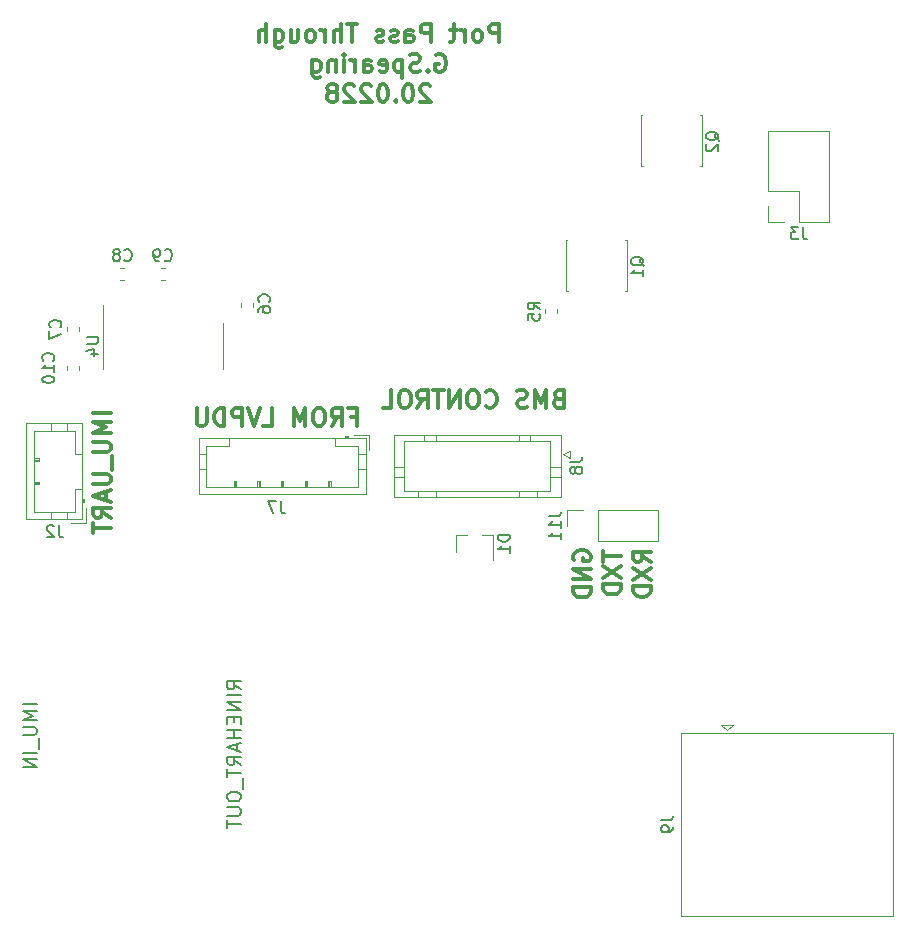
<source format=gbr>
G04 #@! TF.GenerationSoftware,KiCad,Pcbnew,5.1.5-52549c5~84~ubuntu18.04.1*
G04 #@! TF.CreationDate,2020-03-02T20:03:48-05:00*
G04 #@! TF.ProjectId,Port_Panel,506f7274-5f50-4616-9e65-6c2e6b696361,rev?*
G04 #@! TF.SameCoordinates,Original*
G04 #@! TF.FileFunction,Legend,Bot*
G04 #@! TF.FilePolarity,Positive*
%FSLAX46Y46*%
G04 Gerber Fmt 4.6, Leading zero omitted, Abs format (unit mm)*
G04 Created by KiCad (PCBNEW 5.1.5-52549c5~84~ubuntu18.04.1) date 2020-03-02 20:03:48*
%MOMM*%
%LPD*%
G04 APERTURE LIST*
%ADD10C,0.200000*%
%ADD11C,0.300000*%
%ADD12C,0.120000*%
%ADD13C,0.150000*%
G04 APERTURE END LIST*
D10*
X117890857Y-96142857D02*
X117319428Y-95742857D01*
X117890857Y-95457142D02*
X116690857Y-95457142D01*
X116690857Y-95914285D01*
X116748000Y-96028571D01*
X116805142Y-96085714D01*
X116919428Y-96142857D01*
X117090857Y-96142857D01*
X117205142Y-96085714D01*
X117262285Y-96028571D01*
X117319428Y-95914285D01*
X117319428Y-95457142D01*
X117890857Y-96657142D02*
X116690857Y-96657142D01*
X117890857Y-97228571D02*
X116690857Y-97228571D01*
X117890857Y-97914285D01*
X116690857Y-97914285D01*
X117262285Y-98485714D02*
X117262285Y-98885714D01*
X117890857Y-99057142D02*
X117890857Y-98485714D01*
X116690857Y-98485714D01*
X116690857Y-99057142D01*
X117890857Y-99571428D02*
X116690857Y-99571428D01*
X117262285Y-99571428D02*
X117262285Y-100257142D01*
X117890857Y-100257142D02*
X116690857Y-100257142D01*
X117548000Y-100771428D02*
X117548000Y-101342857D01*
X117890857Y-100657142D02*
X116690857Y-101057142D01*
X117890857Y-101457142D01*
X117890857Y-102542857D02*
X117319428Y-102142857D01*
X117890857Y-101857142D02*
X116690857Y-101857142D01*
X116690857Y-102314285D01*
X116748000Y-102428571D01*
X116805142Y-102485714D01*
X116919428Y-102542857D01*
X117090857Y-102542857D01*
X117205142Y-102485714D01*
X117262285Y-102428571D01*
X117319428Y-102314285D01*
X117319428Y-101857142D01*
X116690857Y-102885714D02*
X116690857Y-103571428D01*
X117890857Y-103228571D02*
X116690857Y-103228571D01*
X118005142Y-103685714D02*
X118005142Y-104600000D01*
X116690857Y-105114285D02*
X116690857Y-105342857D01*
X116748000Y-105457142D01*
X116862285Y-105571428D01*
X117090857Y-105628571D01*
X117490857Y-105628571D01*
X117719428Y-105571428D01*
X117833714Y-105457142D01*
X117890857Y-105342857D01*
X117890857Y-105114285D01*
X117833714Y-105000000D01*
X117719428Y-104885714D01*
X117490857Y-104828571D01*
X117090857Y-104828571D01*
X116862285Y-104885714D01*
X116748000Y-105000000D01*
X116690857Y-105114285D01*
X116690857Y-106142857D02*
X117662285Y-106142857D01*
X117776571Y-106200000D01*
X117833714Y-106257142D01*
X117890857Y-106371428D01*
X117890857Y-106600000D01*
X117833714Y-106714285D01*
X117776571Y-106771428D01*
X117662285Y-106828571D01*
X116690857Y-106828571D01*
X116690857Y-107228571D02*
X116690857Y-107914285D01*
X117890857Y-107571428D02*
X116690857Y-107571428D01*
X100618857Y-97390285D02*
X99418857Y-97390285D01*
X100618857Y-97961714D02*
X99418857Y-97961714D01*
X100276000Y-98361714D01*
X99418857Y-98761714D01*
X100618857Y-98761714D01*
X99418857Y-99333142D02*
X100390285Y-99333142D01*
X100504571Y-99390285D01*
X100561714Y-99447428D01*
X100618857Y-99561714D01*
X100618857Y-99790285D01*
X100561714Y-99904571D01*
X100504571Y-99961714D01*
X100390285Y-100018857D01*
X99418857Y-100018857D01*
X100733142Y-100304571D02*
X100733142Y-101218857D01*
X100618857Y-101504571D02*
X99418857Y-101504571D01*
X100618857Y-102076000D02*
X99418857Y-102076000D01*
X100618857Y-102761714D01*
X99418857Y-102761714D01*
D11*
X106850571Y-72759714D02*
X105350571Y-72759714D01*
X106850571Y-73474000D02*
X105350571Y-73474000D01*
X106422000Y-73974000D01*
X105350571Y-74474000D01*
X106850571Y-74474000D01*
X105350571Y-75188285D02*
X106564857Y-75188285D01*
X106707714Y-75259714D01*
X106779142Y-75331142D01*
X106850571Y-75474000D01*
X106850571Y-75759714D01*
X106779142Y-75902571D01*
X106707714Y-75974000D01*
X106564857Y-76045428D01*
X105350571Y-76045428D01*
X106993428Y-76402571D02*
X106993428Y-77545428D01*
X105350571Y-77902571D02*
X106564857Y-77902571D01*
X106707714Y-77974000D01*
X106779142Y-78045428D01*
X106850571Y-78188285D01*
X106850571Y-78474000D01*
X106779142Y-78616857D01*
X106707714Y-78688285D01*
X106564857Y-78759714D01*
X105350571Y-78759714D01*
X106422000Y-79402571D02*
X106422000Y-80116857D01*
X106850571Y-79259714D02*
X105350571Y-79759714D01*
X106850571Y-80259714D01*
X106850571Y-81616857D02*
X106136285Y-81116857D01*
X106850571Y-80759714D02*
X105350571Y-80759714D01*
X105350571Y-81331142D01*
X105422000Y-81474000D01*
X105493428Y-81545428D01*
X105636285Y-81616857D01*
X105850571Y-81616857D01*
X105993428Y-81545428D01*
X106064857Y-81474000D01*
X106136285Y-81331142D01*
X106136285Y-80759714D01*
X105350571Y-82045428D02*
X105350571Y-82902571D01*
X106850571Y-82474000D02*
X105350571Y-82474000D01*
X127189714Y-73044857D02*
X127689714Y-73044857D01*
X127689714Y-73830571D02*
X127689714Y-72330571D01*
X126975428Y-72330571D01*
X125546857Y-73830571D02*
X126046857Y-73116285D01*
X126404000Y-73830571D02*
X126404000Y-72330571D01*
X125832571Y-72330571D01*
X125689714Y-72402000D01*
X125618285Y-72473428D01*
X125546857Y-72616285D01*
X125546857Y-72830571D01*
X125618285Y-72973428D01*
X125689714Y-73044857D01*
X125832571Y-73116285D01*
X126404000Y-73116285D01*
X124618285Y-72330571D02*
X124332571Y-72330571D01*
X124189714Y-72402000D01*
X124046857Y-72544857D01*
X123975428Y-72830571D01*
X123975428Y-73330571D01*
X124046857Y-73616285D01*
X124189714Y-73759142D01*
X124332571Y-73830571D01*
X124618285Y-73830571D01*
X124761142Y-73759142D01*
X124904000Y-73616285D01*
X124975428Y-73330571D01*
X124975428Y-72830571D01*
X124904000Y-72544857D01*
X124761142Y-72402000D01*
X124618285Y-72330571D01*
X123332571Y-73830571D02*
X123332571Y-72330571D01*
X122832571Y-73402000D01*
X122332571Y-72330571D01*
X122332571Y-73830571D01*
X119761142Y-73830571D02*
X120475428Y-73830571D01*
X120475428Y-72330571D01*
X119475428Y-72330571D02*
X118975428Y-73830571D01*
X118475428Y-72330571D01*
X117975428Y-73830571D02*
X117975428Y-72330571D01*
X117404000Y-72330571D01*
X117261142Y-72402000D01*
X117189714Y-72473428D01*
X117118285Y-72616285D01*
X117118285Y-72830571D01*
X117189714Y-72973428D01*
X117261142Y-73044857D01*
X117404000Y-73116285D01*
X117975428Y-73116285D01*
X116475428Y-73830571D02*
X116475428Y-72330571D01*
X116118285Y-72330571D01*
X115904000Y-72402000D01*
X115761142Y-72544857D01*
X115689714Y-72687714D01*
X115618285Y-72973428D01*
X115618285Y-73187714D01*
X115689714Y-73473428D01*
X115761142Y-73616285D01*
X115904000Y-73759142D01*
X116118285Y-73830571D01*
X116475428Y-73830571D01*
X114975428Y-72330571D02*
X114975428Y-73544857D01*
X114904000Y-73687714D01*
X114832571Y-73759142D01*
X114689714Y-73830571D01*
X114404000Y-73830571D01*
X114261142Y-73759142D01*
X114189714Y-73687714D01*
X114118285Y-73544857D01*
X114118285Y-72330571D01*
X144739428Y-71520857D02*
X144525142Y-71592285D01*
X144453714Y-71663714D01*
X144382285Y-71806571D01*
X144382285Y-72020857D01*
X144453714Y-72163714D01*
X144525142Y-72235142D01*
X144668000Y-72306571D01*
X145239428Y-72306571D01*
X145239428Y-70806571D01*
X144739428Y-70806571D01*
X144596571Y-70878000D01*
X144525142Y-70949428D01*
X144453714Y-71092285D01*
X144453714Y-71235142D01*
X144525142Y-71378000D01*
X144596571Y-71449428D01*
X144739428Y-71520857D01*
X145239428Y-71520857D01*
X143739428Y-72306571D02*
X143739428Y-70806571D01*
X143239428Y-71878000D01*
X142739428Y-70806571D01*
X142739428Y-72306571D01*
X142096571Y-72235142D02*
X141882285Y-72306571D01*
X141525142Y-72306571D01*
X141382285Y-72235142D01*
X141310857Y-72163714D01*
X141239428Y-72020857D01*
X141239428Y-71878000D01*
X141310857Y-71735142D01*
X141382285Y-71663714D01*
X141525142Y-71592285D01*
X141810857Y-71520857D01*
X141953714Y-71449428D01*
X142025142Y-71378000D01*
X142096571Y-71235142D01*
X142096571Y-71092285D01*
X142025142Y-70949428D01*
X141953714Y-70878000D01*
X141810857Y-70806571D01*
X141453714Y-70806571D01*
X141239428Y-70878000D01*
X138596571Y-72163714D02*
X138668000Y-72235142D01*
X138882285Y-72306571D01*
X139025142Y-72306571D01*
X139239428Y-72235142D01*
X139382285Y-72092285D01*
X139453714Y-71949428D01*
X139525142Y-71663714D01*
X139525142Y-71449428D01*
X139453714Y-71163714D01*
X139382285Y-71020857D01*
X139239428Y-70878000D01*
X139025142Y-70806571D01*
X138882285Y-70806571D01*
X138668000Y-70878000D01*
X138596571Y-70949428D01*
X137668000Y-70806571D02*
X137382285Y-70806571D01*
X137239428Y-70878000D01*
X137096571Y-71020857D01*
X137025142Y-71306571D01*
X137025142Y-71806571D01*
X137096571Y-72092285D01*
X137239428Y-72235142D01*
X137382285Y-72306571D01*
X137668000Y-72306571D01*
X137810857Y-72235142D01*
X137953714Y-72092285D01*
X138025142Y-71806571D01*
X138025142Y-71306571D01*
X137953714Y-71020857D01*
X137810857Y-70878000D01*
X137668000Y-70806571D01*
X136382285Y-72306571D02*
X136382285Y-70806571D01*
X135525142Y-72306571D01*
X135525142Y-70806571D01*
X135025142Y-70806571D02*
X134168000Y-70806571D01*
X134596571Y-72306571D02*
X134596571Y-70806571D01*
X132810857Y-72306571D02*
X133310857Y-71592285D01*
X133668000Y-72306571D02*
X133668000Y-70806571D01*
X133096571Y-70806571D01*
X132953714Y-70878000D01*
X132882285Y-70949428D01*
X132810857Y-71092285D01*
X132810857Y-71306571D01*
X132882285Y-71449428D01*
X132953714Y-71520857D01*
X133096571Y-71592285D01*
X133668000Y-71592285D01*
X131882285Y-70806571D02*
X131596571Y-70806571D01*
X131453714Y-70878000D01*
X131310857Y-71020857D01*
X131239428Y-71306571D01*
X131239428Y-71806571D01*
X131310857Y-72092285D01*
X131453714Y-72235142D01*
X131596571Y-72306571D01*
X131882285Y-72306571D01*
X132025142Y-72235142D01*
X132168000Y-72092285D01*
X132239428Y-71806571D01*
X132239428Y-71306571D01*
X132168000Y-71020857D01*
X132025142Y-70878000D01*
X131882285Y-70806571D01*
X129882285Y-72306571D02*
X130596571Y-72306571D01*
X130596571Y-70806571D01*
X146062000Y-85217142D02*
X145990571Y-85074285D01*
X145990571Y-84860000D01*
X146062000Y-84645714D01*
X146204857Y-84502857D01*
X146347714Y-84431428D01*
X146633428Y-84360000D01*
X146847714Y-84360000D01*
X147133428Y-84431428D01*
X147276285Y-84502857D01*
X147419142Y-84645714D01*
X147490571Y-84860000D01*
X147490571Y-85002857D01*
X147419142Y-85217142D01*
X147347714Y-85288571D01*
X146847714Y-85288571D01*
X146847714Y-85002857D01*
X147490571Y-85931428D02*
X145990571Y-85931428D01*
X147490571Y-86788571D01*
X145990571Y-86788571D01*
X147490571Y-87502857D02*
X145990571Y-87502857D01*
X145990571Y-87860000D01*
X146062000Y-88074285D01*
X146204857Y-88217142D01*
X146347714Y-88288571D01*
X146633428Y-88360000D01*
X146847714Y-88360000D01*
X147133428Y-88288571D01*
X147276285Y-88217142D01*
X147419142Y-88074285D01*
X147490571Y-87860000D01*
X147490571Y-87502857D01*
X152570571Y-85360000D02*
X151856285Y-84860000D01*
X152570571Y-84502857D02*
X151070571Y-84502857D01*
X151070571Y-85074285D01*
X151142000Y-85217142D01*
X151213428Y-85288571D01*
X151356285Y-85360000D01*
X151570571Y-85360000D01*
X151713428Y-85288571D01*
X151784857Y-85217142D01*
X151856285Y-85074285D01*
X151856285Y-84502857D01*
X151070571Y-85860000D02*
X152570571Y-86860000D01*
X151070571Y-86860000D02*
X152570571Y-85860000D01*
X152570571Y-87431428D02*
X151070571Y-87431428D01*
X151070571Y-87788571D01*
X151142000Y-88002857D01*
X151284857Y-88145714D01*
X151427714Y-88217142D01*
X151713428Y-88288571D01*
X151927714Y-88288571D01*
X152213428Y-88217142D01*
X152356285Y-88145714D01*
X152499142Y-88002857D01*
X152570571Y-87788571D01*
X152570571Y-87431428D01*
X148530571Y-84467142D02*
X148530571Y-85324285D01*
X150030571Y-84895714D02*
X148530571Y-84895714D01*
X148530571Y-85681428D02*
X150030571Y-86681428D01*
X148530571Y-86681428D02*
X150030571Y-85681428D01*
X150030571Y-87252857D02*
X148530571Y-87252857D01*
X148530571Y-87610000D01*
X148602000Y-87824285D01*
X148744857Y-87967142D01*
X148887714Y-88038571D01*
X149173428Y-88110000D01*
X149387714Y-88110000D01*
X149673428Y-88038571D01*
X149816285Y-87967142D01*
X149959142Y-87824285D01*
X150030571Y-87610000D01*
X150030571Y-87252857D01*
X139718571Y-41308571D02*
X139718571Y-39808571D01*
X139147142Y-39808571D01*
X139004285Y-39880000D01*
X138932857Y-39951428D01*
X138861428Y-40094285D01*
X138861428Y-40308571D01*
X138932857Y-40451428D01*
X139004285Y-40522857D01*
X139147142Y-40594285D01*
X139718571Y-40594285D01*
X138004285Y-41308571D02*
X138147142Y-41237142D01*
X138218571Y-41165714D01*
X138290000Y-41022857D01*
X138290000Y-40594285D01*
X138218571Y-40451428D01*
X138147142Y-40380000D01*
X138004285Y-40308571D01*
X137790000Y-40308571D01*
X137647142Y-40380000D01*
X137575714Y-40451428D01*
X137504285Y-40594285D01*
X137504285Y-41022857D01*
X137575714Y-41165714D01*
X137647142Y-41237142D01*
X137790000Y-41308571D01*
X138004285Y-41308571D01*
X136861428Y-41308571D02*
X136861428Y-40308571D01*
X136861428Y-40594285D02*
X136790000Y-40451428D01*
X136718571Y-40380000D01*
X136575714Y-40308571D01*
X136432857Y-40308571D01*
X136147142Y-40308571D02*
X135575714Y-40308571D01*
X135932857Y-39808571D02*
X135932857Y-41094285D01*
X135861428Y-41237142D01*
X135718571Y-41308571D01*
X135575714Y-41308571D01*
X133932857Y-41308571D02*
X133932857Y-39808571D01*
X133361428Y-39808571D01*
X133218571Y-39880000D01*
X133147142Y-39951428D01*
X133075714Y-40094285D01*
X133075714Y-40308571D01*
X133147142Y-40451428D01*
X133218571Y-40522857D01*
X133361428Y-40594285D01*
X133932857Y-40594285D01*
X131790000Y-41308571D02*
X131790000Y-40522857D01*
X131861428Y-40380000D01*
X132004285Y-40308571D01*
X132290000Y-40308571D01*
X132432857Y-40380000D01*
X131790000Y-41237142D02*
X131932857Y-41308571D01*
X132290000Y-41308571D01*
X132432857Y-41237142D01*
X132504285Y-41094285D01*
X132504285Y-40951428D01*
X132432857Y-40808571D01*
X132290000Y-40737142D01*
X131932857Y-40737142D01*
X131790000Y-40665714D01*
X131147142Y-41237142D02*
X131004285Y-41308571D01*
X130718571Y-41308571D01*
X130575714Y-41237142D01*
X130504285Y-41094285D01*
X130504285Y-41022857D01*
X130575714Y-40880000D01*
X130718571Y-40808571D01*
X130932857Y-40808571D01*
X131075714Y-40737142D01*
X131147142Y-40594285D01*
X131147142Y-40522857D01*
X131075714Y-40380000D01*
X130932857Y-40308571D01*
X130718571Y-40308571D01*
X130575714Y-40380000D01*
X129932857Y-41237142D02*
X129790000Y-41308571D01*
X129504285Y-41308571D01*
X129361428Y-41237142D01*
X129290000Y-41094285D01*
X129290000Y-41022857D01*
X129361428Y-40880000D01*
X129504285Y-40808571D01*
X129718571Y-40808571D01*
X129861428Y-40737142D01*
X129932857Y-40594285D01*
X129932857Y-40522857D01*
X129861428Y-40380000D01*
X129718571Y-40308571D01*
X129504285Y-40308571D01*
X129361428Y-40380000D01*
X127718571Y-39808571D02*
X126861428Y-39808571D01*
X127290000Y-41308571D02*
X127290000Y-39808571D01*
X126361428Y-41308571D02*
X126361428Y-39808571D01*
X125718571Y-41308571D02*
X125718571Y-40522857D01*
X125790000Y-40380000D01*
X125932857Y-40308571D01*
X126147142Y-40308571D01*
X126290000Y-40380000D01*
X126361428Y-40451428D01*
X125004285Y-41308571D02*
X125004285Y-40308571D01*
X125004285Y-40594285D02*
X124932857Y-40451428D01*
X124861428Y-40380000D01*
X124718571Y-40308571D01*
X124575714Y-40308571D01*
X123861428Y-41308571D02*
X124004285Y-41237142D01*
X124075714Y-41165714D01*
X124147142Y-41022857D01*
X124147142Y-40594285D01*
X124075714Y-40451428D01*
X124004285Y-40380000D01*
X123861428Y-40308571D01*
X123647142Y-40308571D01*
X123504285Y-40380000D01*
X123432857Y-40451428D01*
X123361428Y-40594285D01*
X123361428Y-41022857D01*
X123432857Y-41165714D01*
X123504285Y-41237142D01*
X123647142Y-41308571D01*
X123861428Y-41308571D01*
X122075714Y-40308571D02*
X122075714Y-41308571D01*
X122718571Y-40308571D02*
X122718571Y-41094285D01*
X122647142Y-41237142D01*
X122504285Y-41308571D01*
X122290000Y-41308571D01*
X122147142Y-41237142D01*
X122075714Y-41165714D01*
X120718571Y-40308571D02*
X120718571Y-41522857D01*
X120790000Y-41665714D01*
X120861428Y-41737142D01*
X121004285Y-41808571D01*
X121218571Y-41808571D01*
X121361428Y-41737142D01*
X120718571Y-41237142D02*
X120861428Y-41308571D01*
X121147142Y-41308571D01*
X121290000Y-41237142D01*
X121361428Y-41165714D01*
X121432857Y-41022857D01*
X121432857Y-40594285D01*
X121361428Y-40451428D01*
X121290000Y-40380000D01*
X121147142Y-40308571D01*
X120861428Y-40308571D01*
X120718571Y-40380000D01*
X120004285Y-41308571D02*
X120004285Y-39808571D01*
X119361428Y-41308571D02*
X119361428Y-40522857D01*
X119432857Y-40380000D01*
X119575714Y-40308571D01*
X119790000Y-40308571D01*
X119932857Y-40380000D01*
X120004285Y-40451428D01*
X134397142Y-42430000D02*
X134540000Y-42358571D01*
X134754285Y-42358571D01*
X134968571Y-42430000D01*
X135111428Y-42572857D01*
X135182857Y-42715714D01*
X135254285Y-43001428D01*
X135254285Y-43215714D01*
X135182857Y-43501428D01*
X135111428Y-43644285D01*
X134968571Y-43787142D01*
X134754285Y-43858571D01*
X134611428Y-43858571D01*
X134397142Y-43787142D01*
X134325714Y-43715714D01*
X134325714Y-43215714D01*
X134611428Y-43215714D01*
X133682857Y-43715714D02*
X133611428Y-43787142D01*
X133682857Y-43858571D01*
X133754285Y-43787142D01*
X133682857Y-43715714D01*
X133682857Y-43858571D01*
X133040000Y-43787142D02*
X132825714Y-43858571D01*
X132468571Y-43858571D01*
X132325714Y-43787142D01*
X132254285Y-43715714D01*
X132182857Y-43572857D01*
X132182857Y-43430000D01*
X132254285Y-43287142D01*
X132325714Y-43215714D01*
X132468571Y-43144285D01*
X132754285Y-43072857D01*
X132897142Y-43001428D01*
X132968571Y-42930000D01*
X133040000Y-42787142D01*
X133040000Y-42644285D01*
X132968571Y-42501428D01*
X132897142Y-42430000D01*
X132754285Y-42358571D01*
X132397142Y-42358571D01*
X132182857Y-42430000D01*
X131540000Y-42858571D02*
X131540000Y-44358571D01*
X131540000Y-42930000D02*
X131397142Y-42858571D01*
X131111428Y-42858571D01*
X130968571Y-42930000D01*
X130897142Y-43001428D01*
X130825714Y-43144285D01*
X130825714Y-43572857D01*
X130897142Y-43715714D01*
X130968571Y-43787142D01*
X131111428Y-43858571D01*
X131397142Y-43858571D01*
X131540000Y-43787142D01*
X129611428Y-43787142D02*
X129754285Y-43858571D01*
X130040000Y-43858571D01*
X130182857Y-43787142D01*
X130254285Y-43644285D01*
X130254285Y-43072857D01*
X130182857Y-42930000D01*
X130040000Y-42858571D01*
X129754285Y-42858571D01*
X129611428Y-42930000D01*
X129540000Y-43072857D01*
X129540000Y-43215714D01*
X130254285Y-43358571D01*
X128254285Y-43858571D02*
X128254285Y-43072857D01*
X128325714Y-42930000D01*
X128468571Y-42858571D01*
X128754285Y-42858571D01*
X128897142Y-42930000D01*
X128254285Y-43787142D02*
X128397142Y-43858571D01*
X128754285Y-43858571D01*
X128897142Y-43787142D01*
X128968571Y-43644285D01*
X128968571Y-43501428D01*
X128897142Y-43358571D01*
X128754285Y-43287142D01*
X128397142Y-43287142D01*
X128254285Y-43215714D01*
X127540000Y-43858571D02*
X127540000Y-42858571D01*
X127540000Y-43144285D02*
X127468571Y-43001428D01*
X127397142Y-42930000D01*
X127254285Y-42858571D01*
X127111428Y-42858571D01*
X126611428Y-43858571D02*
X126611428Y-42858571D01*
X126611428Y-42358571D02*
X126682857Y-42430000D01*
X126611428Y-42501428D01*
X126540000Y-42430000D01*
X126611428Y-42358571D01*
X126611428Y-42501428D01*
X125897142Y-42858571D02*
X125897142Y-43858571D01*
X125897142Y-43001428D02*
X125825714Y-42930000D01*
X125682857Y-42858571D01*
X125468571Y-42858571D01*
X125325714Y-42930000D01*
X125254285Y-43072857D01*
X125254285Y-43858571D01*
X123897142Y-42858571D02*
X123897142Y-44072857D01*
X123968571Y-44215714D01*
X124040000Y-44287142D01*
X124182857Y-44358571D01*
X124397142Y-44358571D01*
X124540000Y-44287142D01*
X123897142Y-43787142D02*
X124040000Y-43858571D01*
X124325714Y-43858571D01*
X124468571Y-43787142D01*
X124540000Y-43715714D01*
X124611428Y-43572857D01*
X124611428Y-43144285D01*
X124540000Y-43001428D01*
X124468571Y-42930000D01*
X124325714Y-42858571D01*
X124040000Y-42858571D01*
X123897142Y-42930000D01*
X133897142Y-45051428D02*
X133825714Y-44980000D01*
X133682857Y-44908571D01*
X133325714Y-44908571D01*
X133182857Y-44980000D01*
X133111428Y-45051428D01*
X133040000Y-45194285D01*
X133040000Y-45337142D01*
X133111428Y-45551428D01*
X133968571Y-46408571D01*
X133040000Y-46408571D01*
X132111428Y-44908571D02*
X131968571Y-44908571D01*
X131825714Y-44980000D01*
X131754285Y-45051428D01*
X131682857Y-45194285D01*
X131611428Y-45480000D01*
X131611428Y-45837142D01*
X131682857Y-46122857D01*
X131754285Y-46265714D01*
X131825714Y-46337142D01*
X131968571Y-46408571D01*
X132111428Y-46408571D01*
X132254285Y-46337142D01*
X132325714Y-46265714D01*
X132397142Y-46122857D01*
X132468571Y-45837142D01*
X132468571Y-45480000D01*
X132397142Y-45194285D01*
X132325714Y-45051428D01*
X132254285Y-44980000D01*
X132111428Y-44908571D01*
X130968571Y-46265714D02*
X130897142Y-46337142D01*
X130968571Y-46408571D01*
X131040000Y-46337142D01*
X130968571Y-46265714D01*
X130968571Y-46408571D01*
X129968571Y-44908571D02*
X129825714Y-44908571D01*
X129682857Y-44980000D01*
X129611428Y-45051428D01*
X129540000Y-45194285D01*
X129468571Y-45480000D01*
X129468571Y-45837142D01*
X129540000Y-46122857D01*
X129611428Y-46265714D01*
X129682857Y-46337142D01*
X129825714Y-46408571D01*
X129968571Y-46408571D01*
X130111428Y-46337142D01*
X130182857Y-46265714D01*
X130254285Y-46122857D01*
X130325714Y-45837142D01*
X130325714Y-45480000D01*
X130254285Y-45194285D01*
X130182857Y-45051428D01*
X130111428Y-44980000D01*
X129968571Y-44908571D01*
X128897142Y-45051428D02*
X128825714Y-44980000D01*
X128682857Y-44908571D01*
X128325714Y-44908571D01*
X128182857Y-44980000D01*
X128111428Y-45051428D01*
X128040000Y-45194285D01*
X128040000Y-45337142D01*
X128111428Y-45551428D01*
X128968571Y-46408571D01*
X128040000Y-46408571D01*
X127468571Y-45051428D02*
X127397142Y-44980000D01*
X127254285Y-44908571D01*
X126897142Y-44908571D01*
X126754285Y-44980000D01*
X126682857Y-45051428D01*
X126611428Y-45194285D01*
X126611428Y-45337142D01*
X126682857Y-45551428D01*
X127540000Y-46408571D01*
X126611428Y-46408571D01*
X125754285Y-45551428D02*
X125897142Y-45480000D01*
X125968571Y-45408571D01*
X126040000Y-45265714D01*
X126040000Y-45194285D01*
X125968571Y-45051428D01*
X125897142Y-44980000D01*
X125754285Y-44908571D01*
X125468571Y-44908571D01*
X125325714Y-44980000D01*
X125254285Y-45051428D01*
X125182857Y-45194285D01*
X125182857Y-45265714D01*
X125254285Y-45408571D01*
X125325714Y-45480000D01*
X125468571Y-45551428D01*
X125754285Y-45551428D01*
X125897142Y-45622857D01*
X125968571Y-45694285D01*
X126040000Y-45837142D01*
X126040000Y-46122857D01*
X125968571Y-46265714D01*
X125897142Y-46337142D01*
X125754285Y-46408571D01*
X125468571Y-46408571D01*
X125325714Y-46337142D01*
X125254285Y-46265714D01*
X125182857Y-46122857D01*
X125182857Y-45837142D01*
X125254285Y-45694285D01*
X125325714Y-45622857D01*
X125468571Y-45551428D01*
D12*
X156905000Y-51845000D02*
X156705000Y-51845000D01*
X156905000Y-47545000D02*
X156905000Y-51845000D01*
X156755000Y-47545000D02*
X156905000Y-47545000D01*
X151705000Y-47545000D02*
X151855000Y-47545000D01*
X151705000Y-51845000D02*
X151705000Y-47545000D01*
X151905000Y-51845000D02*
X151705000Y-51845000D01*
X145482000Y-80966000D02*
X145482000Y-82296000D01*
X146812000Y-80966000D02*
X145482000Y-80966000D01*
X148082000Y-80966000D02*
X148082000Y-83626000D01*
X148082000Y-83626000D02*
X153222000Y-83626000D01*
X148082000Y-80966000D02*
X153222000Y-80966000D01*
X153222000Y-80966000D02*
X153222000Y-83626000D01*
X103122000Y-69118267D02*
X103122000Y-68775733D01*
X104142000Y-69118267D02*
X104142000Y-68775733D01*
X111080733Y-60450000D02*
X111423267Y-60450000D01*
X111080733Y-61470000D02*
X111423267Y-61470000D01*
X107665733Y-60450000D02*
X108008267Y-60450000D01*
X107665733Y-61470000D02*
X108008267Y-61470000D01*
X104142000Y-65501733D02*
X104142000Y-65844267D01*
X103122000Y-65501733D02*
X103122000Y-65844267D01*
X118874000Y-63469733D02*
X118874000Y-63812267D01*
X117854000Y-63469733D02*
X117854000Y-63812267D01*
X106192000Y-67056000D02*
X106192000Y-63606000D01*
X106192000Y-67056000D02*
X106192000Y-69006000D01*
X116312000Y-67056000D02*
X116312000Y-65106000D01*
X116312000Y-67056000D02*
X116312000Y-69006000D01*
X145735000Y-75932000D02*
X145135000Y-76232000D01*
X145735000Y-76532000D02*
X145735000Y-75932000D01*
X145135000Y-76232000D02*
X145735000Y-76532000D01*
X130815000Y-74622000D02*
X144935000Y-74622000D01*
X130815000Y-79842000D02*
X130815000Y-74622000D01*
X144935000Y-79842000D02*
X130815000Y-79842000D01*
X144935000Y-74622000D02*
X144935000Y-79842000D01*
X132845000Y-79842000D02*
X132845000Y-79332000D01*
X134345000Y-79842000D02*
X134345000Y-79332000D01*
X142905000Y-79842000D02*
X142905000Y-79332000D01*
X141405000Y-79842000D02*
X141405000Y-79332000D01*
X133405000Y-74622000D02*
X133405000Y-75132000D01*
X134345000Y-74622000D02*
X134345000Y-75132000D01*
X142345000Y-74622000D02*
X142345000Y-75132000D01*
X141405000Y-74622000D02*
X141405000Y-75132000D01*
X130815000Y-78132000D02*
X131675000Y-78132000D01*
X144935000Y-78132000D02*
X144075000Y-78132000D01*
X130815000Y-77332000D02*
X131675000Y-77332000D01*
X144935000Y-77332000D02*
X144075000Y-77332000D01*
X131675000Y-75132000D02*
X144075000Y-75132000D01*
X131675000Y-79332000D02*
X131675000Y-75132000D01*
X144075000Y-79332000D02*
X131675000Y-79332000D01*
X144075000Y-75132000D02*
X144075000Y-79332000D01*
X162500000Y-56575000D02*
X163830000Y-56575000D01*
X162500000Y-55245000D02*
X162500000Y-56575000D01*
X165100000Y-56575000D02*
X167700000Y-56575000D01*
X165100000Y-53975000D02*
X165100000Y-56575000D01*
X162500000Y-53975000D02*
X165100000Y-53975000D01*
X167700000Y-56575000D02*
X167700000Y-48835000D01*
X162500000Y-53975000D02*
X162500000Y-48835000D01*
X162500000Y-48835000D02*
X167700000Y-48835000D01*
X144655000Y-63963733D02*
X144655000Y-64306267D01*
X143635000Y-63963733D02*
X143635000Y-64306267D01*
X145555000Y-62440000D02*
X145355000Y-62440000D01*
X145355000Y-62440000D02*
X145355000Y-58140000D01*
X145355000Y-58140000D02*
X145505000Y-58140000D01*
X150405000Y-58140000D02*
X150555000Y-58140000D01*
X150555000Y-58140000D02*
X150555000Y-62440000D01*
X150555000Y-62440000D02*
X150355000Y-62440000D01*
X159504000Y-99124000D02*
X159004000Y-99624000D01*
X158504000Y-99124000D02*
X159504000Y-99124000D01*
X159004000Y-99624000D02*
X158504000Y-99124000D01*
X173084000Y-99809000D02*
X173084000Y-115329000D01*
X155124000Y-115329000D02*
X173084000Y-115329000D01*
X155124000Y-115329000D02*
X155124000Y-99809000D01*
X155124000Y-99809000D02*
X173084000Y-99809000D01*
X128725000Y-74598000D02*
X128725000Y-75848000D01*
X127475000Y-74598000D02*
X128725000Y-74598000D01*
X117365000Y-79008000D02*
X117365000Y-78508000D01*
X117265000Y-78508000D02*
X117265000Y-79008000D01*
X117465000Y-78508000D02*
X117265000Y-78508000D01*
X117465000Y-79008000D02*
X117465000Y-78508000D01*
X119365000Y-79008000D02*
X119365000Y-78508000D01*
X119265000Y-78508000D02*
X119265000Y-79008000D01*
X119465000Y-78508000D02*
X119265000Y-78508000D01*
X119465000Y-79008000D02*
X119465000Y-78508000D01*
X121365000Y-79008000D02*
X121365000Y-78508000D01*
X121265000Y-78508000D02*
X121265000Y-79008000D01*
X121465000Y-78508000D02*
X121265000Y-78508000D01*
X121465000Y-79008000D02*
X121465000Y-78508000D01*
X123365000Y-79008000D02*
X123365000Y-78508000D01*
X123265000Y-78508000D02*
X123265000Y-79008000D01*
X123465000Y-78508000D02*
X123265000Y-78508000D01*
X123465000Y-79008000D02*
X123465000Y-78508000D01*
X125365000Y-79008000D02*
X125365000Y-78508000D01*
X125265000Y-78508000D02*
X125265000Y-79008000D01*
X125465000Y-78508000D02*
X125265000Y-78508000D01*
X125465000Y-79008000D02*
X125465000Y-78508000D01*
X114305000Y-77508000D02*
X114915000Y-77508000D01*
X114305000Y-76208000D02*
X114915000Y-76208000D01*
X128425000Y-77508000D02*
X127815000Y-77508000D01*
X128425000Y-76208000D02*
X127815000Y-76208000D01*
X116865000Y-75508000D02*
X116865000Y-74898000D01*
X114915000Y-75508000D02*
X116865000Y-75508000D01*
X114915000Y-79008000D02*
X114915000Y-75508000D01*
X127815000Y-79008000D02*
X114915000Y-79008000D01*
X127815000Y-75508000D02*
X127815000Y-79008000D01*
X125865000Y-75508000D02*
X127815000Y-75508000D01*
X125865000Y-74898000D02*
X125865000Y-75508000D01*
X126665000Y-74798000D02*
X126965000Y-74798000D01*
X126965000Y-74698000D02*
X126965000Y-74898000D01*
X126665000Y-74698000D02*
X126965000Y-74698000D01*
X126665000Y-74898000D02*
X126665000Y-74698000D01*
X114305000Y-74898000D02*
X128425000Y-74898000D01*
X114305000Y-79618000D02*
X114305000Y-74898000D01*
X128425000Y-79618000D02*
X114305000Y-79618000D01*
X128425000Y-74898000D02*
X128425000Y-79618000D01*
X104426000Y-81752000D02*
X99706000Y-81752000D01*
X99706000Y-81752000D02*
X99706000Y-73632000D01*
X99706000Y-73632000D02*
X104426000Y-73632000D01*
X104426000Y-73632000D02*
X104426000Y-81752000D01*
X104426000Y-79992000D02*
X104626000Y-79992000D01*
X104626000Y-79992000D02*
X104626000Y-80292000D01*
X104626000Y-80292000D02*
X104426000Y-80292000D01*
X104526000Y-79992000D02*
X104526000Y-80292000D01*
X104426000Y-79192000D02*
X103816000Y-79192000D01*
X103816000Y-79192000D02*
X103816000Y-81142000D01*
X103816000Y-81142000D02*
X100316000Y-81142000D01*
X100316000Y-81142000D02*
X100316000Y-74242000D01*
X100316000Y-74242000D02*
X103816000Y-74242000D01*
X103816000Y-74242000D02*
X103816000Y-76192000D01*
X103816000Y-76192000D02*
X104426000Y-76192000D01*
X103116000Y-81752000D02*
X103116000Y-81142000D01*
X101816000Y-81752000D02*
X101816000Y-81142000D01*
X103116000Y-73632000D02*
X103116000Y-74242000D01*
X101816000Y-73632000D02*
X101816000Y-74242000D01*
X100316000Y-78792000D02*
X100816000Y-78792000D01*
X100816000Y-78792000D02*
X100816000Y-78592000D01*
X100816000Y-78592000D02*
X100316000Y-78592000D01*
X100316000Y-78692000D02*
X100816000Y-78692000D01*
X100316000Y-76792000D02*
X100816000Y-76792000D01*
X100816000Y-76792000D02*
X100816000Y-76592000D01*
X100816000Y-76592000D02*
X100316000Y-76592000D01*
X100316000Y-76692000D02*
X100816000Y-76692000D01*
X104726000Y-80802000D02*
X104726000Y-82052000D01*
X104726000Y-82052000D02*
X103476000Y-82052000D01*
X136088000Y-83044000D02*
X137018000Y-83044000D01*
X139248000Y-83044000D02*
X138318000Y-83044000D01*
X139248000Y-83044000D02*
X139248000Y-85204000D01*
X136088000Y-83044000D02*
X136088000Y-84504000D01*
D13*
X158332619Y-49679761D02*
X158285000Y-49584523D01*
X158189761Y-49489285D01*
X158046904Y-49346428D01*
X157999285Y-49251190D01*
X157999285Y-49155952D01*
X158237380Y-49203571D02*
X158189761Y-49108333D01*
X158094523Y-49013095D01*
X157904047Y-48965476D01*
X157570714Y-48965476D01*
X157380238Y-49013095D01*
X157285000Y-49108333D01*
X157237380Y-49203571D01*
X157237380Y-49394047D01*
X157285000Y-49489285D01*
X157380238Y-49584523D01*
X157570714Y-49632142D01*
X157904047Y-49632142D01*
X158094523Y-49584523D01*
X158189761Y-49489285D01*
X158237380Y-49394047D01*
X158237380Y-49203571D01*
X157332619Y-50013095D02*
X157285000Y-50060714D01*
X157237380Y-50155952D01*
X157237380Y-50394047D01*
X157285000Y-50489285D01*
X157332619Y-50536904D01*
X157427857Y-50584523D01*
X157523095Y-50584523D01*
X157665952Y-50536904D01*
X158237380Y-49965476D01*
X158237380Y-50584523D01*
X143934380Y-81486476D02*
X144648666Y-81486476D01*
X144791523Y-81438857D01*
X144886761Y-81343619D01*
X144934380Y-81200761D01*
X144934380Y-81105523D01*
X144934380Y-82486476D02*
X144934380Y-81915047D01*
X144934380Y-82200761D02*
X143934380Y-82200761D01*
X144077238Y-82105523D01*
X144172476Y-82010285D01*
X144220095Y-81915047D01*
X144934380Y-83438857D02*
X144934380Y-82867428D01*
X144934380Y-83153142D02*
X143934380Y-83153142D01*
X144077238Y-83057904D01*
X144172476Y-82962666D01*
X144220095Y-82867428D01*
X101957142Y-68304142D02*
X102004761Y-68256523D01*
X102052380Y-68113666D01*
X102052380Y-68018428D01*
X102004761Y-67875571D01*
X101909523Y-67780333D01*
X101814285Y-67732714D01*
X101623809Y-67685095D01*
X101480952Y-67685095D01*
X101290476Y-67732714D01*
X101195238Y-67780333D01*
X101100000Y-67875571D01*
X101052380Y-68018428D01*
X101052380Y-68113666D01*
X101100000Y-68256523D01*
X101147619Y-68304142D01*
X102052380Y-69256523D02*
X102052380Y-68685095D01*
X102052380Y-68970809D02*
X101052380Y-68970809D01*
X101195238Y-68875571D01*
X101290476Y-68780333D01*
X101338095Y-68685095D01*
X101052380Y-69875571D02*
X101052380Y-69970809D01*
X101100000Y-70066047D01*
X101147619Y-70113666D01*
X101242857Y-70161285D01*
X101433333Y-70208904D01*
X101671428Y-70208904D01*
X101861904Y-70161285D01*
X101957142Y-70113666D01*
X102004761Y-70066047D01*
X102052380Y-69970809D01*
X102052380Y-69875571D01*
X102004761Y-69780333D01*
X101957142Y-69732714D01*
X101861904Y-69685095D01*
X101671428Y-69637476D01*
X101433333Y-69637476D01*
X101242857Y-69685095D01*
X101147619Y-69732714D01*
X101100000Y-69780333D01*
X101052380Y-69875571D01*
X111418666Y-59793142D02*
X111466285Y-59840761D01*
X111609142Y-59888380D01*
X111704380Y-59888380D01*
X111847238Y-59840761D01*
X111942476Y-59745523D01*
X111990095Y-59650285D01*
X112037714Y-59459809D01*
X112037714Y-59316952D01*
X111990095Y-59126476D01*
X111942476Y-59031238D01*
X111847238Y-58936000D01*
X111704380Y-58888380D01*
X111609142Y-58888380D01*
X111466285Y-58936000D01*
X111418666Y-58983619D01*
X110942476Y-59888380D02*
X110752000Y-59888380D01*
X110656761Y-59840761D01*
X110609142Y-59793142D01*
X110513904Y-59650285D01*
X110466285Y-59459809D01*
X110466285Y-59078857D01*
X110513904Y-58983619D01*
X110561523Y-58936000D01*
X110656761Y-58888380D01*
X110847238Y-58888380D01*
X110942476Y-58936000D01*
X110990095Y-58983619D01*
X111037714Y-59078857D01*
X111037714Y-59316952D01*
X110990095Y-59412190D01*
X110942476Y-59459809D01*
X110847238Y-59507428D01*
X110656761Y-59507428D01*
X110561523Y-59459809D01*
X110513904Y-59412190D01*
X110466285Y-59316952D01*
X108003666Y-59793142D02*
X108051285Y-59840761D01*
X108194142Y-59888380D01*
X108289380Y-59888380D01*
X108432238Y-59840761D01*
X108527476Y-59745523D01*
X108575095Y-59650285D01*
X108622714Y-59459809D01*
X108622714Y-59316952D01*
X108575095Y-59126476D01*
X108527476Y-59031238D01*
X108432238Y-58936000D01*
X108289380Y-58888380D01*
X108194142Y-58888380D01*
X108051285Y-58936000D01*
X108003666Y-58983619D01*
X107432238Y-59316952D02*
X107527476Y-59269333D01*
X107575095Y-59221714D01*
X107622714Y-59126476D01*
X107622714Y-59078857D01*
X107575095Y-58983619D01*
X107527476Y-58936000D01*
X107432238Y-58888380D01*
X107241761Y-58888380D01*
X107146523Y-58936000D01*
X107098904Y-58983619D01*
X107051285Y-59078857D01*
X107051285Y-59126476D01*
X107098904Y-59221714D01*
X107146523Y-59269333D01*
X107241761Y-59316952D01*
X107432238Y-59316952D01*
X107527476Y-59364571D01*
X107575095Y-59412190D01*
X107622714Y-59507428D01*
X107622714Y-59697904D01*
X107575095Y-59793142D01*
X107527476Y-59840761D01*
X107432238Y-59888380D01*
X107241761Y-59888380D01*
X107146523Y-59840761D01*
X107098904Y-59793142D01*
X107051285Y-59697904D01*
X107051285Y-59507428D01*
X107098904Y-59412190D01*
X107146523Y-59364571D01*
X107241761Y-59316952D01*
X102559142Y-65506333D02*
X102606761Y-65458714D01*
X102654380Y-65315857D01*
X102654380Y-65220619D01*
X102606761Y-65077761D01*
X102511523Y-64982523D01*
X102416285Y-64934904D01*
X102225809Y-64887285D01*
X102082952Y-64887285D01*
X101892476Y-64934904D01*
X101797238Y-64982523D01*
X101702000Y-65077761D01*
X101654380Y-65220619D01*
X101654380Y-65315857D01*
X101702000Y-65458714D01*
X101749619Y-65506333D01*
X101654380Y-65839666D02*
X101654380Y-66506333D01*
X102654380Y-66077761D01*
X120245142Y-63333333D02*
X120292761Y-63285714D01*
X120340380Y-63142857D01*
X120340380Y-63047619D01*
X120292761Y-62904761D01*
X120197523Y-62809523D01*
X120102285Y-62761904D01*
X119911809Y-62714285D01*
X119768952Y-62714285D01*
X119578476Y-62761904D01*
X119483238Y-62809523D01*
X119388000Y-62904761D01*
X119340380Y-63047619D01*
X119340380Y-63142857D01*
X119388000Y-63285714D01*
X119435619Y-63333333D01*
X119340380Y-64190476D02*
X119340380Y-64000000D01*
X119388000Y-63904761D01*
X119435619Y-63857142D01*
X119578476Y-63761904D01*
X119768952Y-63714285D01*
X120149904Y-63714285D01*
X120245142Y-63761904D01*
X120292761Y-63809523D01*
X120340380Y-63904761D01*
X120340380Y-64095238D01*
X120292761Y-64190476D01*
X120245142Y-64238095D01*
X120149904Y-64285714D01*
X119911809Y-64285714D01*
X119816571Y-64238095D01*
X119768952Y-64190476D01*
X119721333Y-64095238D01*
X119721333Y-63904761D01*
X119768952Y-63809523D01*
X119816571Y-63761904D01*
X119911809Y-63714285D01*
X104804380Y-66294095D02*
X105613904Y-66294095D01*
X105709142Y-66341714D01*
X105756761Y-66389333D01*
X105804380Y-66484571D01*
X105804380Y-66675047D01*
X105756761Y-66770285D01*
X105709142Y-66817904D01*
X105613904Y-66865523D01*
X104804380Y-66865523D01*
X105137714Y-67770285D02*
X105804380Y-67770285D01*
X104756761Y-67532190D02*
X105471047Y-67294095D01*
X105471047Y-67913142D01*
X145756380Y-76882666D02*
X146470666Y-76882666D01*
X146613523Y-76835047D01*
X146708761Y-76739809D01*
X146756380Y-76596952D01*
X146756380Y-76501714D01*
X146184952Y-77501714D02*
X146137333Y-77406476D01*
X146089714Y-77358857D01*
X145994476Y-77311238D01*
X145946857Y-77311238D01*
X145851619Y-77358857D01*
X145804000Y-77406476D01*
X145756380Y-77501714D01*
X145756380Y-77692190D01*
X145804000Y-77787428D01*
X145851619Y-77835047D01*
X145946857Y-77882666D01*
X145994476Y-77882666D01*
X146089714Y-77835047D01*
X146137333Y-77787428D01*
X146184952Y-77692190D01*
X146184952Y-77501714D01*
X146232571Y-77406476D01*
X146280190Y-77358857D01*
X146375428Y-77311238D01*
X146565904Y-77311238D01*
X146661142Y-77358857D01*
X146708761Y-77406476D01*
X146756380Y-77501714D01*
X146756380Y-77692190D01*
X146708761Y-77787428D01*
X146661142Y-77835047D01*
X146565904Y-77882666D01*
X146375428Y-77882666D01*
X146280190Y-77835047D01*
X146232571Y-77787428D01*
X146184952Y-77692190D01*
X165433333Y-57027380D02*
X165433333Y-57741666D01*
X165480952Y-57884523D01*
X165576190Y-57979761D01*
X165719047Y-58027380D01*
X165814285Y-58027380D01*
X165052380Y-57027380D02*
X164433333Y-57027380D01*
X164766666Y-57408333D01*
X164623809Y-57408333D01*
X164528571Y-57455952D01*
X164480952Y-57503571D01*
X164433333Y-57598809D01*
X164433333Y-57836904D01*
X164480952Y-57932142D01*
X164528571Y-57979761D01*
X164623809Y-58027380D01*
X164909523Y-58027380D01*
X165004761Y-57979761D01*
X165052380Y-57932142D01*
X143167380Y-63968333D02*
X142691190Y-63635000D01*
X143167380Y-63396904D02*
X142167380Y-63396904D01*
X142167380Y-63777857D01*
X142215000Y-63873095D01*
X142262619Y-63920714D01*
X142357857Y-63968333D01*
X142500714Y-63968333D01*
X142595952Y-63920714D01*
X142643571Y-63873095D01*
X142691190Y-63777857D01*
X142691190Y-63396904D01*
X142167380Y-64873095D02*
X142167380Y-64396904D01*
X142643571Y-64349285D01*
X142595952Y-64396904D01*
X142548333Y-64492142D01*
X142548333Y-64730238D01*
X142595952Y-64825476D01*
X142643571Y-64873095D01*
X142738809Y-64920714D01*
X142976904Y-64920714D01*
X143072142Y-64873095D01*
X143119761Y-64825476D01*
X143167380Y-64730238D01*
X143167380Y-64492142D01*
X143119761Y-64396904D01*
X143072142Y-64349285D01*
X151982619Y-60274761D02*
X151935000Y-60179523D01*
X151839761Y-60084285D01*
X151696904Y-59941428D01*
X151649285Y-59846190D01*
X151649285Y-59750952D01*
X151887380Y-59798571D02*
X151839761Y-59703333D01*
X151744523Y-59608095D01*
X151554047Y-59560476D01*
X151220714Y-59560476D01*
X151030238Y-59608095D01*
X150935000Y-59703333D01*
X150887380Y-59798571D01*
X150887380Y-59989047D01*
X150935000Y-60084285D01*
X151030238Y-60179523D01*
X151220714Y-60227142D01*
X151554047Y-60227142D01*
X151744523Y-60179523D01*
X151839761Y-60084285D01*
X151887380Y-59989047D01*
X151887380Y-59798571D01*
X151887380Y-61179523D02*
X151887380Y-60608095D01*
X151887380Y-60893809D02*
X150887380Y-60893809D01*
X151030238Y-60798571D01*
X151125476Y-60703333D01*
X151173095Y-60608095D01*
X153456380Y-107235666D02*
X154170666Y-107235666D01*
X154313523Y-107188047D01*
X154408761Y-107092809D01*
X154456380Y-106949952D01*
X154456380Y-106854714D01*
X154456380Y-107759476D02*
X154456380Y-107949952D01*
X154408761Y-108045190D01*
X154361142Y-108092809D01*
X154218285Y-108188047D01*
X154027809Y-108235666D01*
X153646857Y-108235666D01*
X153551619Y-108188047D01*
X153504000Y-108140428D01*
X153456380Y-108045190D01*
X153456380Y-107854714D01*
X153504000Y-107759476D01*
X153551619Y-107711857D01*
X153646857Y-107664238D01*
X153884952Y-107664238D01*
X153980190Y-107711857D01*
X154027809Y-107759476D01*
X154075428Y-107854714D01*
X154075428Y-108045190D01*
X154027809Y-108140428D01*
X153980190Y-108188047D01*
X153884952Y-108235666D01*
X121237333Y-80224380D02*
X121237333Y-80938666D01*
X121284952Y-81081523D01*
X121380190Y-81176761D01*
X121523047Y-81224380D01*
X121618285Y-81224380D01*
X120856380Y-80224380D02*
X120189714Y-80224380D01*
X120618285Y-81224380D01*
X102441333Y-82256380D02*
X102441333Y-82970666D01*
X102488952Y-83113523D01*
X102584190Y-83208761D01*
X102727047Y-83256380D01*
X102822285Y-83256380D01*
X102012761Y-82351619D02*
X101965142Y-82304000D01*
X101869904Y-82256380D01*
X101631809Y-82256380D01*
X101536571Y-82304000D01*
X101488952Y-82351619D01*
X101441333Y-82446857D01*
X101441333Y-82542095D01*
X101488952Y-82684952D01*
X102060380Y-83256380D01*
X101441333Y-83256380D01*
X140620380Y-83065904D02*
X139620380Y-83065904D01*
X139620380Y-83304000D01*
X139668000Y-83446857D01*
X139763238Y-83542095D01*
X139858476Y-83589714D01*
X140048952Y-83637333D01*
X140191809Y-83637333D01*
X140382285Y-83589714D01*
X140477523Y-83542095D01*
X140572761Y-83446857D01*
X140620380Y-83304000D01*
X140620380Y-83065904D01*
X140620380Y-84589714D02*
X140620380Y-84018285D01*
X140620380Y-84304000D02*
X139620380Y-84304000D01*
X139763238Y-84208761D01*
X139858476Y-84113523D01*
X139906095Y-84018285D01*
M02*

</source>
